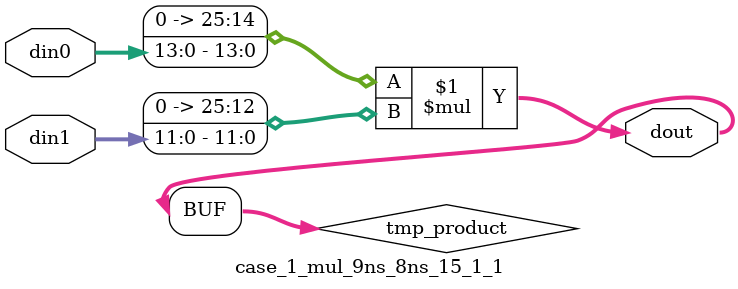
<source format=v>

`timescale 1 ns / 1 ps

 (* use_dsp = "no" *)  module case_1_mul_9ns_8ns_15_1_1(din0, din1, dout);
parameter ID = 1;
parameter NUM_STAGE = 0;
parameter din0_WIDTH = 14;
parameter din1_WIDTH = 12;
parameter dout_WIDTH = 26;

input [din0_WIDTH - 1 : 0] din0; 
input [din1_WIDTH - 1 : 0] din1; 
output [dout_WIDTH - 1 : 0] dout;

wire signed [dout_WIDTH - 1 : 0] tmp_product;
























assign tmp_product = $signed({1'b0, din0}) * $signed({1'b0, din1});











assign dout = tmp_product;





















endmodule

</source>
